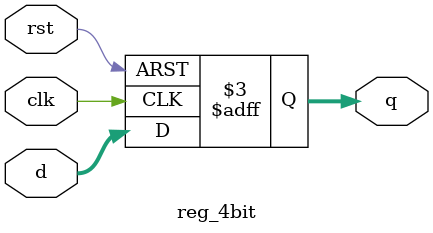
<source format=v>
`timescale 1ns / 1ps

module reg_4bit(
    input [3:0] d,
    input clk,
    input rst,
    output reg [3:0] q
    );
    always @(posedge clk or negedge rst)
        if( !rst)
            q <= 4'b0000;
        else
            q <= d;
endmodule

</source>
